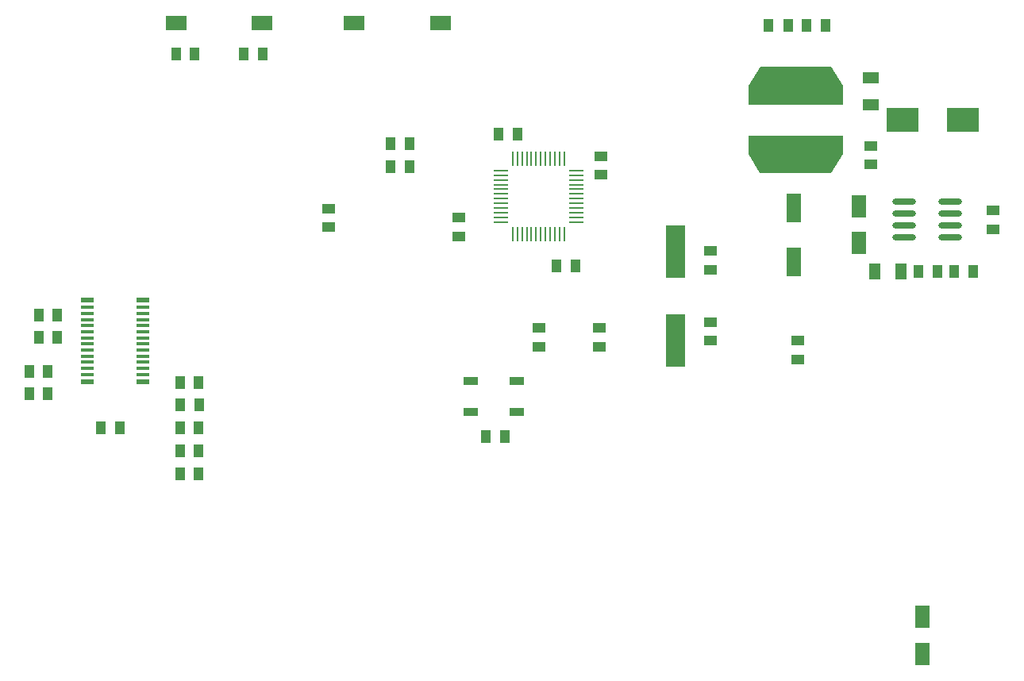
<source format=gtp>
G04*
G04 #@! TF.GenerationSoftware,Altium Limited,Altium Designer,19.0.9 (268)*
G04*
G04 Layer_Color=8421504*
%FSLAX25Y25*%
%MOIN*%
G70*
G01*
G75*
%ADD21R,0.05315X0.01575*%
%ADD22R,0.05315X0.02362*%
%ADD23R,0.05906X0.03543*%
%ADD24O,0.00984X0.06102*%
%ADD25O,0.06102X0.00984*%
%ADD26O,0.09843X0.02756*%
%ADD27R,0.06102X0.09252*%
%ADD28R,0.06299X0.12402*%
%ADD29R,0.05709X0.03937*%
%ADD30R,0.05315X0.04331*%
%ADD31R,0.03937X0.05709*%
%ADD32R,0.04331X0.05709*%
%ADD33R,0.05906X0.05906*%
%ADD34R,0.13780X0.09843*%
%ADD35R,0.06693X0.04724*%
%ADD36R,0.04724X0.06693*%
%ADD37R,0.08583X0.06299*%
%ADD38R,0.08661X0.06299*%
%ADD39R,0.04331X0.05315*%
%ADD40R,0.08268X0.22047*%
G36*
X387795Y274016D02*
X383106Y266043D01*
X353115D01*
X348425Y274016D01*
Y281890D01*
X387795D01*
X387795Y274016D01*
D02*
G37*
G36*
X387795Y302756D02*
Y294882D01*
X348425D01*
X348425Y302756D01*
X353173Y310827D01*
X383048D01*
X387795Y302756D01*
D02*
G37*
D21*
X70768Y186713D02*
D03*
Y184153D02*
D03*
Y181595D02*
D03*
Y189272D02*
D03*
Y191831D02*
D03*
X93799D02*
D03*
Y189272D02*
D03*
Y181595D02*
D03*
Y184153D02*
D03*
Y186713D02*
D03*
Y194390D02*
D03*
Y196949D02*
D03*
Y199508D02*
D03*
Y202067D02*
D03*
Y209744D02*
D03*
Y207185D02*
D03*
Y204626D02*
D03*
X70768D02*
D03*
Y207185D02*
D03*
Y209744D02*
D03*
Y202067D02*
D03*
Y199508D02*
D03*
Y196949D02*
D03*
Y194390D02*
D03*
D22*
X93799Y178642D02*
D03*
Y212697D02*
D03*
X70768D02*
D03*
Y178642D02*
D03*
D23*
X231496Y178740D02*
D03*
Y165748D02*
D03*
X250787D02*
D03*
Y178740D02*
D03*
D24*
X249213Y240551D02*
D03*
X251181D02*
D03*
X253150D02*
D03*
X255118D02*
D03*
X257087D02*
D03*
X259055D02*
D03*
X261024D02*
D03*
X262992D02*
D03*
X264961D02*
D03*
X266929D02*
D03*
X268898D02*
D03*
X270866D02*
D03*
Y272244D02*
D03*
X268898D02*
D03*
X266929D02*
D03*
X264961D02*
D03*
X262992D02*
D03*
X261024D02*
D03*
X259055D02*
D03*
X257087D02*
D03*
X255118D02*
D03*
X253150D02*
D03*
X251181D02*
D03*
X249213D02*
D03*
D25*
X275886Y245571D02*
D03*
Y247539D02*
D03*
Y249508D02*
D03*
Y251476D02*
D03*
Y253445D02*
D03*
Y255413D02*
D03*
Y257382D02*
D03*
Y259350D02*
D03*
Y261319D02*
D03*
Y263287D02*
D03*
Y265256D02*
D03*
Y267224D02*
D03*
X244193D02*
D03*
Y265256D02*
D03*
Y263287D02*
D03*
Y261319D02*
D03*
Y259350D02*
D03*
Y257382D02*
D03*
Y255413D02*
D03*
Y253445D02*
D03*
Y251476D02*
D03*
Y249508D02*
D03*
Y247539D02*
D03*
Y245571D02*
D03*
D26*
X432874Y239154D02*
D03*
Y244153D02*
D03*
Y249153D02*
D03*
Y254153D02*
D03*
X413583Y239154D02*
D03*
Y244153D02*
D03*
Y249153D02*
D03*
Y254153D02*
D03*
D27*
X421260Y79823D02*
D03*
Y64272D02*
D03*
X394783Y236713D02*
D03*
Y252264D02*
D03*
D28*
X367126Y251575D02*
D03*
Y228740D02*
D03*
D29*
X450886Y250492D02*
D03*
Y242618D02*
D03*
X172047Y243406D02*
D03*
Y251279D02*
D03*
D30*
X399705Y269685D02*
D03*
Y277559D02*
D03*
X332281Y233465D02*
D03*
Y225591D02*
D03*
X332281Y195669D02*
D03*
Y203543D02*
D03*
X285728Y201181D02*
D03*
Y193307D02*
D03*
X260236Y201181D02*
D03*
Y193307D02*
D03*
X368898Y187795D02*
D03*
Y195669D02*
D03*
X286319Y273228D02*
D03*
Y265354D02*
D03*
X226673Y239469D02*
D03*
Y247342D02*
D03*
D31*
X434744Y224803D02*
D03*
X442618D02*
D03*
X427559Y224902D02*
D03*
X419685D02*
D03*
X372736Y328150D02*
D03*
X380610D02*
D03*
X197933Y278346D02*
D03*
X205807D02*
D03*
X197933Y268996D02*
D03*
X205807D02*
D03*
X46161Y182841D02*
D03*
X54036D02*
D03*
X46161Y173524D02*
D03*
X54035D02*
D03*
X58071Y197080D02*
D03*
X50197D02*
D03*
X109488Y178150D02*
D03*
X117362D02*
D03*
X109646Y168799D02*
D03*
X117520D02*
D03*
X109488Y159153D02*
D03*
X117362D02*
D03*
X109488Y149606D02*
D03*
X117362D02*
D03*
X109488Y139961D02*
D03*
X117362D02*
D03*
X58071Y206398D02*
D03*
X50197D02*
D03*
X136417Y316240D02*
D03*
X144291D02*
D03*
D32*
X356693Y328150D02*
D03*
X364961D02*
D03*
D33*
X368110Y278740D02*
D03*
Y298031D02*
D03*
D34*
X438386Y288386D02*
D03*
X412795D02*
D03*
D35*
X399705Y294980D02*
D03*
Y306004D02*
D03*
D36*
X412402Y224803D02*
D03*
X401378D02*
D03*
D37*
X182697Y329035D02*
D03*
X144075D02*
D03*
D38*
X218878D02*
D03*
X107894D02*
D03*
D39*
X237927Y155512D02*
D03*
X245801D02*
D03*
X267717Y227264D02*
D03*
X275590D02*
D03*
X243307Y282480D02*
D03*
X251181D02*
D03*
X76378Y159311D02*
D03*
X84252D02*
D03*
X115748Y316043D02*
D03*
X107874D02*
D03*
D40*
X317520Y195866D02*
D03*
Y233268D02*
D03*
M02*

</source>
